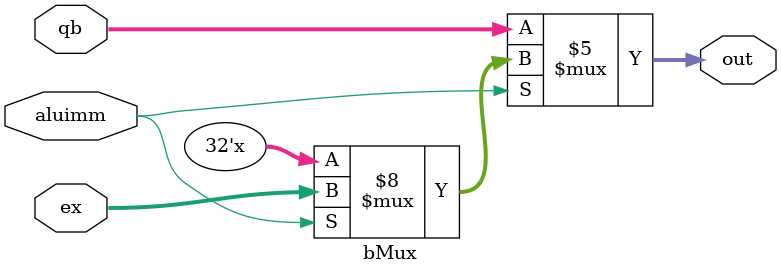
<source format=v>
`timescale 1ns / 1ps



module bMux
(
    input [31:00] qb,
    input [31:00] ex,
    input aluimm,
    output reg [31:00] out
    );
    
    always @(*) begin
        if (aluimm == 1) begin
            out = ex;
        end
        if (aluimm == 0) begin
            out = qb;
        end    
    end   
endmodule

</source>
